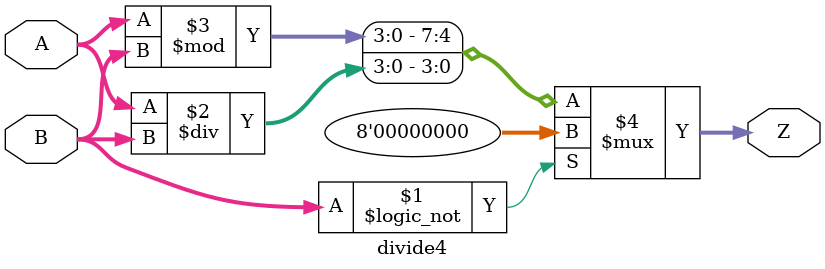
<source format=sv>
`timescale 1ns / 1ps


module divide4(
    input logic [3:0] A, B,
    output logic [7:0] Z
    );
    
    assign Z = (B == 4'b0) ? 8'b0 : {A % B, A / B};

    
endmodule

</source>
